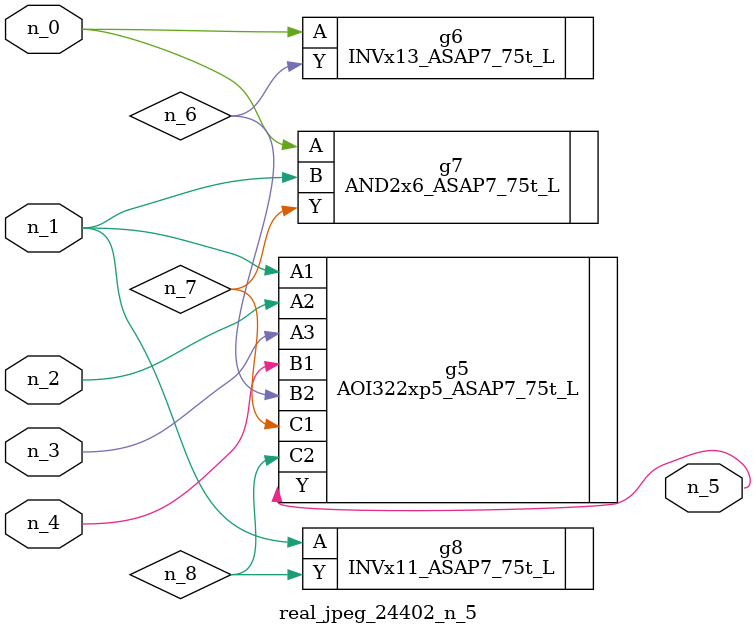
<source format=v>
module real_jpeg_24402_n_5 (n_4, n_0, n_1, n_2, n_3, n_5);

input n_4;
input n_0;
input n_1;
input n_2;
input n_3;

output n_5;

wire n_8;
wire n_6;
wire n_7;

INVx13_ASAP7_75t_L g6 ( 
.A(n_0),
.Y(n_6)
);

AND2x6_ASAP7_75t_L g7 ( 
.A(n_0),
.B(n_1),
.Y(n_7)
);

AOI322xp5_ASAP7_75t_L g5 ( 
.A1(n_1),
.A2(n_2),
.A3(n_3),
.B1(n_4),
.B2(n_6),
.C1(n_7),
.C2(n_8),
.Y(n_5)
);

INVx11_ASAP7_75t_L g8 ( 
.A(n_1),
.Y(n_8)
);


endmodule
</source>
